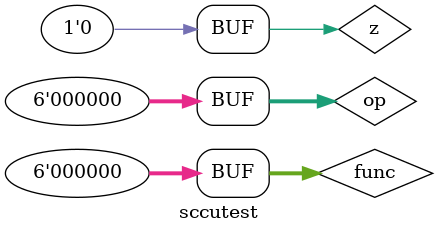
<source format=v>
`timescale 1ns / 1ps


module sccutest;

	// Inputs
	reg [5:0] op;
	reg [5:0] func;
	reg z;

	// Outputs
	wire wmem;
	wire wreg;
	wire regrt;
	wire m2reg;
	wire [3:0] aluc;
	wire shift;
	wire aluimm;
	wire [1:0] pcsource;
	wire jal;
	wire sext;

	// Instantiate the Unit Under Test (UUT)
	sccu_dataflow uut (
		.op(op), 
		.func(func), 
		.z(z), 
		.wmem(wmem), 
		.wreg(wreg), 
		.regrt(regrt), 
		.m2reg(m2reg), 
		.aluc(aluc), 
		.shift(shift), 
		.aluimm(aluimm), 
		.pcsource(pcsource), 
		.jal(jal), 
		.sext(sext)
	);

	initial begin
		// Initialize Inputs
		op = 0;
		func = 0;
		z = 0;

		// Wait 100 ns for global reset to finish
		#100;
        
		// Add stimulus here

	end
      
endmodule


</source>
